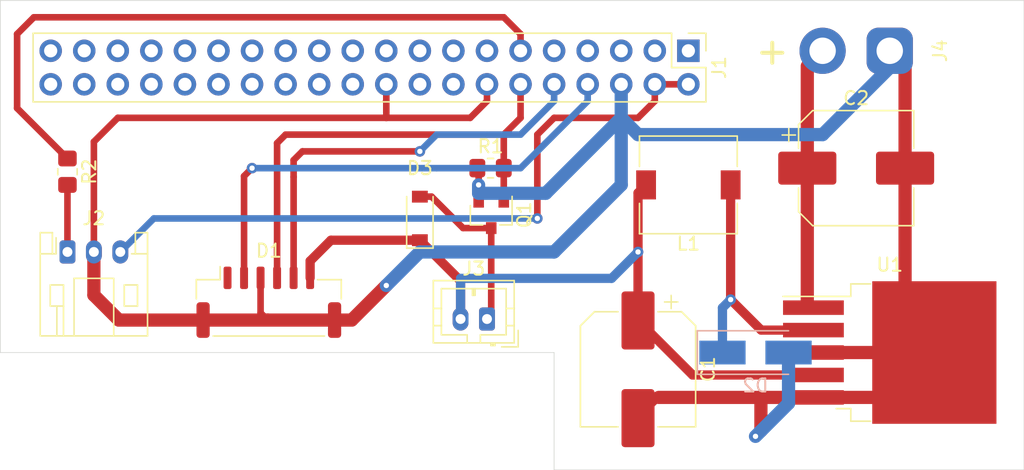
<source format=kicad_pcb>
(kicad_pcb (version 20171130) (host pcbnew 5.1.7)

  (general
    (thickness 1.6)
    (drawings 7)
    (tracks 122)
    (zones 0)
    (modules 14)
    (nets 44)
  )

  (page A4)
  (layers
    (0 F.Cu signal)
    (31 B.Cu signal)
    (32 B.Adhes user)
    (33 F.Adhes user)
    (34 B.Paste user)
    (35 F.Paste user)
    (36 B.SilkS user)
    (37 F.SilkS user)
    (38 B.Mask user)
    (39 F.Mask user)
    (40 Dwgs.User user)
    (41 Cmts.User user)
    (42 Eco1.User user)
    (43 Eco2.User user)
    (44 Edge.Cuts user)
    (45 Margin user)
    (46 B.CrtYd user)
    (47 F.CrtYd user)
    (48 B.Fab user)
    (49 F.Fab user)
  )

  (setup
    (last_trace_width 0.5)
    (trace_clearance 0.2)
    (zone_clearance 0.508)
    (zone_45_only no)
    (trace_min 0.2)
    (via_size 0.8)
    (via_drill 0.4)
    (via_min_size 0.4)
    (via_min_drill 0.3)
    (uvia_size 0.3)
    (uvia_drill 0.1)
    (uvias_allowed no)
    (uvia_min_size 0.2)
    (uvia_min_drill 0.1)
    (edge_width 0.05)
    (segment_width 0.2)
    (pcb_text_width 0.3)
    (pcb_text_size 1.5 1.5)
    (mod_edge_width 0.12)
    (mod_text_size 1 1)
    (mod_text_width 0.15)
    (pad_size 1 2.7)
    (pad_drill 0)
    (pad_to_mask_clearance 0)
    (aux_axis_origin 0 0)
    (visible_elements FFFFFF7F)
    (pcbplotparams
      (layerselection 0x010f0_ffffffff)
      (usegerberextensions false)
      (usegerberattributes true)
      (usegerberadvancedattributes true)
      (creategerberjobfile true)
      (excludeedgelayer true)
      (linewidth 0.100000)
      (plotframeref false)
      (viasonmask false)
      (mode 1)
      (useauxorigin false)
      (hpglpennumber 1)
      (hpglpenspeed 20)
      (hpglpendiameter 15.000000)
      (psnegative false)
      (psa4output false)
      (plotreference true)
      (plotvalue true)
      (plotinvisibletext false)
      (padsonsilk false)
      (subtractmaskfromsilk false)
      (outputformat 1)
      (mirror false)
      (drillshape 0)
      (scaleselection 1)
      (outputdirectory ""))
  )

  (net 0 "")
  (net 1 GND)
  (net 2 +5VP)
  (net 3 +12V)
  (net 4 lidar_tx)
  (net 5 lidar_pwm)
  (net 6 lidar_rx)
  (net 7 "Net-(D1-Pad1)")
  (net 8 "Net-(D2-Pad1)")
  (net 9 "Net-(D3-Pad2)")
  (net 10 "Net-(J1-Pad40)")
  (net 11 "Net-(J1-Pad39)")
  (net 12 "Net-(J1-Pad38)")
  (net 13 "Net-(J1-Pad37)")
  (net 14 "Net-(J1-Pad36)")
  (net 15 "Net-(J1-Pad35)")
  (net 16 "Net-(J1-Pad34)")
  (net 17 "Net-(J1-Pad33)")
  (net 18 "Net-(J1-Pad32)")
  (net 19 "Net-(J1-Pad31)")
  (net 20 "Net-(J1-Pad30)")
  (net 21 "Net-(J1-Pad29)")
  (net 22 "Net-(J1-Pad28)")
  (net 23 "Net-(J1-Pad27)")
  (net 24 "Net-(J1-Pad26)")
  (net 25 "Net-(J1-Pad24)")
  (net 26 "Net-(J1-Pad23)")
  (net 27 "Net-(J1-Pad22)")
  (net 28 "Net-(J1-Pad21)")
  (net 29 "Net-(J1-Pad19)")
  (net 30 "Net-(J1-Pad18)")
  (net 31 "Net-(J1-Pad16)")
  (net 32 "Net-(J1-Pad15)")
  (net 33 "Net-(J1-Pad13)")
  (net 34 ir_sig)
  (net 35 "Net-(J1-Pad7)")
  (net 36 "Net-(J1-Pad5)")
  (net 37 +5V)
  (net 38 "Net-(J1-Pad3)")
  (net 39 "Net-(J2-Pad1)")
  (net 40 "Net-(J1-Pad17)")
  (net 41 "Net-(J1-Pad1)")
  (net 42 "Net-(J1-Pad25)")
  (net 43 "Net-(J1-Pad9)")

  (net_class Default "This is the default net class."
    (clearance 0.2)
    (trace_width 0.5)
    (via_dia 0.8)
    (via_drill 0.4)
    (uvia_dia 0.3)
    (uvia_drill 0.1)
    (add_net +12V)
    (add_net +5V)
    (add_net GND)
    (add_net "Net-(D1-Pad1)")
    (add_net "Net-(D2-Pad1)")
    (add_net "Net-(D3-Pad2)")
    (add_net "Net-(J1-Pad1)")
    (add_net "Net-(J1-Pad13)")
    (add_net "Net-(J1-Pad15)")
    (add_net "Net-(J1-Pad16)")
    (add_net "Net-(J1-Pad17)")
    (add_net "Net-(J1-Pad18)")
    (add_net "Net-(J1-Pad19)")
    (add_net "Net-(J1-Pad21)")
    (add_net "Net-(J1-Pad22)")
    (add_net "Net-(J1-Pad23)")
    (add_net "Net-(J1-Pad24)")
    (add_net "Net-(J1-Pad25)")
    (add_net "Net-(J1-Pad26)")
    (add_net "Net-(J1-Pad27)")
    (add_net "Net-(J1-Pad28)")
    (add_net "Net-(J1-Pad29)")
    (add_net "Net-(J1-Pad3)")
    (add_net "Net-(J1-Pad30)")
    (add_net "Net-(J1-Pad31)")
    (add_net "Net-(J1-Pad32)")
    (add_net "Net-(J1-Pad33)")
    (add_net "Net-(J1-Pad34)")
    (add_net "Net-(J1-Pad35)")
    (add_net "Net-(J1-Pad36)")
    (add_net "Net-(J1-Pad37)")
    (add_net "Net-(J1-Pad38)")
    (add_net "Net-(J1-Pad39)")
    (add_net "Net-(J1-Pad40)")
    (add_net "Net-(J1-Pad5)")
    (add_net "Net-(J1-Pad7)")
    (add_net "Net-(J1-Pad9)")
    (add_net "Net-(J2-Pad1)")
    (add_net ir_sig)
    (add_net lidar_pwm)
    (add_net lidar_rx)
    (add_net lidar_tx)
  )

  (net_class 07 ""
    (clearance 0.2)
    (trace_width 0.7)
    (via_dia 0.8)
    (via_drill 0.4)
    (uvia_dia 0.3)
    (uvia_drill 0.1)
    (add_net +5VP)
  )

  (module Diode_SMD:D_SMA_Handsoldering (layer B.Cu) (tedit 58643398) (tstamp 5FA21BBA)
    (at 198.12 93.98)
    (descr "Diode SMA (DO-214AC) Handsoldering")
    (tags "Diode SMA (DO-214AC) Handsoldering")
    (path /5FA6BFAC)
    (attr smd)
    (fp_text reference D2 (at 0 2.5) (layer B.SilkS)
      (effects (font (size 1 1) (thickness 0.15)) (justify mirror))
    )
    (fp_text value 1N5824 (at 0 -2.6) (layer B.Fab)
      (effects (font (size 1 1) (thickness 0.15)) (justify mirror))
    )
    (fp_text user %R (at 0 2.5) (layer B.Fab)
      (effects (font (size 1 1) (thickness 0.15)) (justify mirror))
    )
    (fp_line (start -4.4 1.65) (end -4.4 -1.65) (layer B.SilkS) (width 0.12))
    (fp_line (start 2.3 -1.5) (end -2.3 -1.5) (layer B.Fab) (width 0.1))
    (fp_line (start -2.3 -1.5) (end -2.3 1.5) (layer B.Fab) (width 0.1))
    (fp_line (start 2.3 1.5) (end 2.3 -1.5) (layer B.Fab) (width 0.1))
    (fp_line (start 2.3 1.5) (end -2.3 1.5) (layer B.Fab) (width 0.1))
    (fp_line (start -4.5 1.75) (end 4.5 1.75) (layer B.CrtYd) (width 0.05))
    (fp_line (start 4.5 1.75) (end 4.5 -1.75) (layer B.CrtYd) (width 0.05))
    (fp_line (start 4.5 -1.75) (end -4.5 -1.75) (layer B.CrtYd) (width 0.05))
    (fp_line (start -4.5 -1.75) (end -4.5 1.75) (layer B.CrtYd) (width 0.05))
    (fp_line (start -0.64944 -0.00102) (end -1.55114 -0.00102) (layer B.Fab) (width 0.1))
    (fp_line (start 0.50118 -0.00102) (end 1.4994 -0.00102) (layer B.Fab) (width 0.1))
    (fp_line (start -0.64944 0.79908) (end -0.64944 -0.80112) (layer B.Fab) (width 0.1))
    (fp_line (start 0.50118 -0.75032) (end 0.50118 0.79908) (layer B.Fab) (width 0.1))
    (fp_line (start -0.64944 -0.00102) (end 0.50118 -0.75032) (layer B.Fab) (width 0.1))
    (fp_line (start -0.64944 -0.00102) (end 0.50118 0.79908) (layer B.Fab) (width 0.1))
    (fp_line (start -4.4 -1.65) (end 2.5 -1.65) (layer B.SilkS) (width 0.12))
    (fp_line (start -4.4 1.65) (end 2.5 1.65) (layer B.SilkS) (width 0.12))
    (pad 2 smd rect (at 2.5 0) (size 3.5 1.8) (layers B.Cu B.Paste B.Mask)
      (net 1 GND))
    (pad 1 smd rect (at -2.5 0) (size 3.5 1.8) (layers B.Cu B.Paste B.Mask)
      (net 8 "Net-(D2-Pad1)"))
    (model ${KISYS3DMOD}/Diode_SMD.3dshapes/D_SMA.wrl
      (at (xyz 0 0 0))
      (scale (xyz 1 1 1))
      (rotate (xyz 0 0 0))
    )
  )

  (module TestPoint:TestPoint_2Pads_Pitch5.08mm_Drill1.3mm (layer F.Cu) (tedit 5FA22808) (tstamp 5FA2391A)
    (at 208.28 71.12 180)
    (descr "Test point with 2 pads, pitch 5.08mm, hole diameter 1.3mm, wire diameter 1.0mm")
    (tags "CONN DEV")
    (path /5FC0C665)
    (attr virtual)
    (fp_text reference J4 (at -3.81 0 270) (layer F.SilkS)
      (effects (font (size 1 1) (thickness 0.15)))
    )
    (fp_text value Conn_12V (at 2.54 3 180) (layer F.Fab)
      (effects (font (size 1 1) (thickness 0.15)))
    )
    (fp_line (start 5.08 0) (end 0 0) (layer F.Fab) (width 0.1))
    (fp_line (start -1.8 -1.8) (end 6.88 -1.8) (layer F.CrtYd) (width 0.05))
    (fp_line (start -1.8 -1.8) (end -1.8 1.8) (layer F.CrtYd) (width 0.05))
    (fp_line (start 6.88 1.8) (end 6.88 -1.8) (layer F.CrtYd) (width 0.05))
    (fp_line (start 6.88 1.8) (end -1.8 1.8) (layer F.CrtYd) (width 0.05))
    (fp_text user %R (at 2.54 0 180) (layer F.Fab)
      (effects (font (size 1 1) (thickness 0.15)))
    )
    (pad 2 thru_hole circle (at 5.08 0 180) (size 3.5 3.5) (drill 2) (layers *.Cu *.Mask)
      (net 3 +12V))
    (pad 1 thru_hole roundrect (at 0 0 180) (size 3.5 3.5) (drill 2) (layers *.Cu *.Mask) (roundrect_rratio 0.25)
      (net 1 GND))
  )

  (module Connector_JST:JST_PH_B2B-PH-K_1x02_P2.00mm_Vertical (layer F.Cu) (tedit 5B7745C2) (tstamp 5FA1A475)
    (at 177.8 91.44 180)
    (descr "JST PH series connector, B2B-PH-K (http://www.jst-mfg.com/product/pdf/eng/ePH.pdf), generated with kicad-footprint-generator")
    (tags "connector JST PH side entry")
    (path /5F8BA864)
    (fp_text reference J3 (at 1 3.81) (layer F.SilkS)
      (effects (font (size 1 1) (thickness 0.15)))
    )
    (fp_text value motor_conn (at -3.81 2.54 270) (layer F.Fab)
      (effects (font (size 1 1) (thickness 0.15)))
    )
    (fp_line (start -2.06 -1.81) (end -2.06 2.91) (layer F.SilkS) (width 0.12))
    (fp_line (start -2.06 2.91) (end 4.06 2.91) (layer F.SilkS) (width 0.12))
    (fp_line (start 4.06 2.91) (end 4.06 -1.81) (layer F.SilkS) (width 0.12))
    (fp_line (start 4.06 -1.81) (end -2.06 -1.81) (layer F.SilkS) (width 0.12))
    (fp_line (start -0.3 -1.81) (end -0.3 -2.01) (layer F.SilkS) (width 0.12))
    (fp_line (start -0.3 -2.01) (end -0.6 -2.01) (layer F.SilkS) (width 0.12))
    (fp_line (start -0.6 -2.01) (end -0.6 -1.81) (layer F.SilkS) (width 0.12))
    (fp_line (start -0.3 -1.91) (end -0.6 -1.91) (layer F.SilkS) (width 0.12))
    (fp_line (start 0.5 -1.81) (end 0.5 -1.2) (layer F.SilkS) (width 0.12))
    (fp_line (start 0.5 -1.2) (end -1.45 -1.2) (layer F.SilkS) (width 0.12))
    (fp_line (start -1.45 -1.2) (end -1.45 2.3) (layer F.SilkS) (width 0.12))
    (fp_line (start -1.45 2.3) (end 3.45 2.3) (layer F.SilkS) (width 0.12))
    (fp_line (start 3.45 2.3) (end 3.45 -1.2) (layer F.SilkS) (width 0.12))
    (fp_line (start 3.45 -1.2) (end 1.5 -1.2) (layer F.SilkS) (width 0.12))
    (fp_line (start 1.5 -1.2) (end 1.5 -1.81) (layer F.SilkS) (width 0.12))
    (fp_line (start -2.06 -0.5) (end -1.45 -0.5) (layer F.SilkS) (width 0.12))
    (fp_line (start -2.06 0.8) (end -1.45 0.8) (layer F.SilkS) (width 0.12))
    (fp_line (start 4.06 -0.5) (end 3.45 -0.5) (layer F.SilkS) (width 0.12))
    (fp_line (start 4.06 0.8) (end 3.45 0.8) (layer F.SilkS) (width 0.12))
    (fp_line (start 0.9 2.3) (end 0.9 1.8) (layer F.SilkS) (width 0.12))
    (fp_line (start 0.9 1.8) (end 1.1 1.8) (layer F.SilkS) (width 0.12))
    (fp_line (start 1.1 1.8) (end 1.1 2.3) (layer F.SilkS) (width 0.12))
    (fp_line (start 1 2.3) (end 1 1.8) (layer F.SilkS) (width 0.12))
    (fp_line (start -1.11 -2.11) (end -2.36 -2.11) (layer F.SilkS) (width 0.12))
    (fp_line (start -2.36 -2.11) (end -2.36 -0.86) (layer F.SilkS) (width 0.12))
    (fp_line (start -1.11 -2.11) (end -2.36 -2.11) (layer F.Fab) (width 0.1))
    (fp_line (start -2.36 -2.11) (end -2.36 -0.86) (layer F.Fab) (width 0.1))
    (fp_line (start -1.95 -1.7) (end -1.95 2.8) (layer F.Fab) (width 0.1))
    (fp_line (start -1.95 2.8) (end 3.95 2.8) (layer F.Fab) (width 0.1))
    (fp_line (start 3.95 2.8) (end 3.95 -1.7) (layer F.Fab) (width 0.1))
    (fp_line (start 3.95 -1.7) (end -1.95 -1.7) (layer F.Fab) (width 0.1))
    (fp_line (start -2.45 -2.2) (end -2.45 3.3) (layer F.CrtYd) (width 0.05))
    (fp_line (start -2.45 3.3) (end 4.45 3.3) (layer F.CrtYd) (width 0.05))
    (fp_line (start 4.45 3.3) (end 4.45 -2.2) (layer F.CrtYd) (width 0.05))
    (fp_line (start 4.45 -2.2) (end -2.45 -2.2) (layer F.CrtYd) (width 0.05))
    (fp_text user %R (at 1 1.5) (layer F.Fab)
      (effects (font (size 1 1) (thickness 0.15)))
    )
    (pad 2 thru_hole oval (at 2 0 180) (size 1.2 1.75) (drill 0.75) (layers *.Cu *.Mask)
      (net 2 +5VP))
    (pad 1 thru_hole roundrect (at 0 0 180) (size 1.2 1.75) (drill 0.75) (layers *.Cu *.Mask) (roundrect_rratio 0.2083325)
      (net 9 "Net-(D3-Pad2)"))
    (model ${KISYS3DMOD}/Connector_JST.3dshapes/JST_PH_B2B-PH-K_1x02_P2.00mm_Vertical.wrl
      (at (xyz 0 0 0))
      (scale (xyz 1 1 1))
      (rotate (xyz 0 0 0))
    )
  )

  (module Connector_JST:JST_PH_S3B-PH-K_1x03_P2.00mm_Horizontal (layer F.Cu) (tedit 5B7745C6) (tstamp 5FA159DF)
    (at 146.05 86.36)
    (descr "JST PH series connector, S3B-PH-K (http://www.jst-mfg.com/product/pdf/eng/ePH.pdf), generated with kicad-footprint-generator")
    (tags "connector JST PH top entry")
    (path /5F8BA2F4)
    (fp_text reference J2 (at 2 -2.55) (layer F.SilkS)
      (effects (font (size 1 1) (thickness 0.15)))
    )
    (fp_text value IR_sensor (at 2 7.45) (layer F.Fab)
      (effects (font (size 1 1) (thickness 0.15)))
    )
    (fp_line (start -0.86 0.14) (end -1.14 0.14) (layer F.SilkS) (width 0.12))
    (fp_line (start -1.14 0.14) (end -1.14 -1.46) (layer F.SilkS) (width 0.12))
    (fp_line (start -1.14 -1.46) (end -2.06 -1.46) (layer F.SilkS) (width 0.12))
    (fp_line (start -2.06 -1.46) (end -2.06 6.36) (layer F.SilkS) (width 0.12))
    (fp_line (start -2.06 6.36) (end 6.06 6.36) (layer F.SilkS) (width 0.12))
    (fp_line (start 6.06 6.36) (end 6.06 -1.46) (layer F.SilkS) (width 0.12))
    (fp_line (start 6.06 -1.46) (end 5.14 -1.46) (layer F.SilkS) (width 0.12))
    (fp_line (start 5.14 -1.46) (end 5.14 0.14) (layer F.SilkS) (width 0.12))
    (fp_line (start 5.14 0.14) (end 4.86 0.14) (layer F.SilkS) (width 0.12))
    (fp_line (start 0.5 6.36) (end 0.5 2) (layer F.SilkS) (width 0.12))
    (fp_line (start 0.5 2) (end 3.5 2) (layer F.SilkS) (width 0.12))
    (fp_line (start 3.5 2) (end 3.5 6.36) (layer F.SilkS) (width 0.12))
    (fp_line (start -2.06 0.14) (end -1.14 0.14) (layer F.SilkS) (width 0.12))
    (fp_line (start 6.06 0.14) (end 5.14 0.14) (layer F.SilkS) (width 0.12))
    (fp_line (start -1.3 2.5) (end -1.3 4.1) (layer F.SilkS) (width 0.12))
    (fp_line (start -1.3 4.1) (end -0.3 4.1) (layer F.SilkS) (width 0.12))
    (fp_line (start -0.3 4.1) (end -0.3 2.5) (layer F.SilkS) (width 0.12))
    (fp_line (start -0.3 2.5) (end -1.3 2.5) (layer F.SilkS) (width 0.12))
    (fp_line (start 5.3 2.5) (end 5.3 4.1) (layer F.SilkS) (width 0.12))
    (fp_line (start 5.3 4.1) (end 4.3 4.1) (layer F.SilkS) (width 0.12))
    (fp_line (start 4.3 4.1) (end 4.3 2.5) (layer F.SilkS) (width 0.12))
    (fp_line (start 4.3 2.5) (end 5.3 2.5) (layer F.SilkS) (width 0.12))
    (fp_line (start -0.3 4.1) (end -0.3 6.36) (layer F.SilkS) (width 0.12))
    (fp_line (start -0.8 4.1) (end -0.8 6.36) (layer F.SilkS) (width 0.12))
    (fp_line (start -2.45 -1.85) (end -2.45 6.75) (layer F.CrtYd) (width 0.05))
    (fp_line (start -2.45 6.75) (end 6.45 6.75) (layer F.CrtYd) (width 0.05))
    (fp_line (start 6.45 6.75) (end 6.45 -1.85) (layer F.CrtYd) (width 0.05))
    (fp_line (start 6.45 -1.85) (end -2.45 -1.85) (layer F.CrtYd) (width 0.05))
    (fp_line (start -1.25 0.25) (end -1.25 -1.35) (layer F.Fab) (width 0.1))
    (fp_line (start -1.25 -1.35) (end -1.95 -1.35) (layer F.Fab) (width 0.1))
    (fp_line (start -1.95 -1.35) (end -1.95 6.25) (layer F.Fab) (width 0.1))
    (fp_line (start -1.95 6.25) (end 5.95 6.25) (layer F.Fab) (width 0.1))
    (fp_line (start 5.95 6.25) (end 5.95 -1.35) (layer F.Fab) (width 0.1))
    (fp_line (start 5.95 -1.35) (end 5.25 -1.35) (layer F.Fab) (width 0.1))
    (fp_line (start 5.25 -1.35) (end 5.25 0.25) (layer F.Fab) (width 0.1))
    (fp_line (start 5.25 0.25) (end -1.25 0.25) (layer F.Fab) (width 0.1))
    (fp_line (start -0.86 0.14) (end -0.86 -1.075) (layer F.SilkS) (width 0.12))
    (fp_line (start 0 0.875) (end -0.5 1.375) (layer F.Fab) (width 0.1))
    (fp_line (start -0.5 1.375) (end 0.5 1.375) (layer F.Fab) (width 0.1))
    (fp_line (start 0.5 1.375) (end 0 0.875) (layer F.Fab) (width 0.1))
    (fp_text user %R (at 2 2.5) (layer F.Fab)
      (effects (font (size 1 1) (thickness 0.15)))
    )
    (pad 3 thru_hole oval (at 4 0) (size 1.2 1.75) (drill 0.75) (layers *.Cu *.Mask)
      (net 37 +5V))
    (pad 2 thru_hole oval (at 2 0) (size 1.2 1.75) (drill 0.75) (layers *.Cu *.Mask)
      (net 1 GND))
    (pad 1 thru_hole roundrect (at 0 0) (size 1.2 1.75) (drill 0.75) (layers *.Cu *.Mask) (roundrect_rratio 0.2083325)
      (net 39 "Net-(J2-Pad1)"))
    (model ${KISYS3DMOD}/Connector_JST.3dshapes/JST_PH_S3B-PH-K_1x03_P2.00mm_Horizontal.wrl
      (at (xyz 0 0 0))
      (scale (xyz 1 1 1))
      (rotate (xyz 0 0 0))
    )
  )

  (module Capacitor_SMD:CP_Elec_8x10.5 (layer F.Cu) (tedit 5BCA39D0) (tstamp 5FA19649)
    (at 205.74 80.01)
    (descr "SMD capacitor, aluminum electrolytic, Vishay 0810, 8.0x10.5mm, http://www.vishay.com/docs/28395/150crz.pdf")
    (tags "capacitor electrolytic")
    (path /5FA3CE83)
    (attr smd)
    (fp_text reference C2 (at 0 -5.3) (layer F.SilkS)
      (effects (font (size 1 1) (thickness 0.15)))
    )
    (fp_text value 680uF (at 0 5.3) (layer F.Fab)
      (effects (font (size 1 1) (thickness 0.15)))
    )
    (fp_circle (center 0 0) (end 4 0) (layer F.Fab) (width 0.1))
    (fp_line (start 4.25 -4.25) (end 4.25 4.25) (layer F.Fab) (width 0.1))
    (fp_line (start -3.25 -4.25) (end 4.25 -4.25) (layer F.Fab) (width 0.1))
    (fp_line (start -3.25 4.25) (end 4.25 4.25) (layer F.Fab) (width 0.1))
    (fp_line (start -4.25 -3.25) (end -4.25 3.25) (layer F.Fab) (width 0.1))
    (fp_line (start -4.25 -3.25) (end -3.25 -4.25) (layer F.Fab) (width 0.1))
    (fp_line (start -4.25 3.25) (end -3.25 4.25) (layer F.Fab) (width 0.1))
    (fp_line (start -3.562278 -1.5) (end -2.762278 -1.5) (layer F.Fab) (width 0.1))
    (fp_line (start -3.162278 -1.9) (end -3.162278 -1.1) (layer F.Fab) (width 0.1))
    (fp_line (start 4.36 4.36) (end 4.36 1.51) (layer F.SilkS) (width 0.12))
    (fp_line (start 4.36 -4.36) (end 4.36 -1.51) (layer F.SilkS) (width 0.12))
    (fp_line (start -3.295563 -4.36) (end 4.36 -4.36) (layer F.SilkS) (width 0.12))
    (fp_line (start -3.295563 4.36) (end 4.36 4.36) (layer F.SilkS) (width 0.12))
    (fp_line (start -4.36 3.295563) (end -4.36 1.51) (layer F.SilkS) (width 0.12))
    (fp_line (start -4.36 -3.295563) (end -4.36 -1.51) (layer F.SilkS) (width 0.12))
    (fp_line (start -4.36 -3.295563) (end -3.295563 -4.36) (layer F.SilkS) (width 0.12))
    (fp_line (start -4.36 3.295563) (end -3.295563 4.36) (layer F.SilkS) (width 0.12))
    (fp_line (start -5.6 -2.51) (end -4.6 -2.51) (layer F.SilkS) (width 0.12))
    (fp_line (start -5.1 -3.01) (end -5.1 -2.01) (layer F.SilkS) (width 0.12))
    (fp_line (start 4.5 -4.5) (end 4.5 -1.5) (layer F.CrtYd) (width 0.05))
    (fp_line (start 4.5 -1.5) (end 6.15 -1.5) (layer F.CrtYd) (width 0.05))
    (fp_line (start 6.15 -1.5) (end 6.15 1.5) (layer F.CrtYd) (width 0.05))
    (fp_line (start 6.15 1.5) (end 4.5 1.5) (layer F.CrtYd) (width 0.05))
    (fp_line (start 4.5 1.5) (end 4.5 4.5) (layer F.CrtYd) (width 0.05))
    (fp_line (start -3.35 4.5) (end 4.5 4.5) (layer F.CrtYd) (width 0.05))
    (fp_line (start -3.35 -4.5) (end 4.5 -4.5) (layer F.CrtYd) (width 0.05))
    (fp_line (start -4.5 3.35) (end -3.35 4.5) (layer F.CrtYd) (width 0.05))
    (fp_line (start -4.5 -3.35) (end -3.35 -4.5) (layer F.CrtYd) (width 0.05))
    (fp_line (start -4.5 -3.35) (end -4.5 -1.5) (layer F.CrtYd) (width 0.05))
    (fp_line (start -4.5 1.5) (end -4.5 3.35) (layer F.CrtYd) (width 0.05))
    (fp_line (start -4.5 -1.5) (end -6.15 -1.5) (layer F.CrtYd) (width 0.05))
    (fp_line (start -6.15 -1.5) (end -6.15 1.5) (layer F.CrtYd) (width 0.05))
    (fp_line (start -6.15 1.5) (end -4.5 1.5) (layer F.CrtYd) (width 0.05))
    (fp_text user %R (at 0 0) (layer F.Fab)
      (effects (font (size 1 1) (thickness 0.15)))
    )
    (pad 2 smd roundrect (at 3.7 0) (size 4.4 2.5) (layers F.Cu F.Paste F.Mask) (roundrect_rratio 0.1)
      (net 1 GND))
    (pad 1 smd roundrect (at -3.7 0) (size 4.4 2.5) (layers F.Cu F.Paste F.Mask) (roundrect_rratio 0.1)
      (net 3 +12V))
    (model ${KISYS3DMOD}/Capacitor_SMD.3dshapes/CP_Elec_8x10.5.wrl
      (at (xyz 0 0 0))
      (scale (xyz 1 1 1))
      (rotate (xyz 0 0 0))
    )
  )

  (module Connector_PinHeader_2.54mm:PinHeader_2x20_P2.54mm_Vertical (layer F.Cu) (tedit 59FED5CC) (tstamp 5FA159C8)
    (at 193.04 71.12 270)
    (descr "Through hole straight pin header, 2x20, 2.54mm pitch, double rows")
    (tags "Through hole pin header THT 2x20 2.54mm double row")
    (path /5FA09B69)
    (fp_text reference J1 (at 1.27 -2.33 90) (layer F.SilkS)
      (effects (font (size 1 1) (thickness 0.15)))
    )
    (fp_text value Raspberry_Pi_2_3 (at 5.08 38.1 180) (layer F.Fab)
      (effects (font (size 1 1) (thickness 0.15)))
    )
    (fp_line (start 0 -1.27) (end 3.81 -1.27) (layer F.Fab) (width 0.1))
    (fp_line (start 3.81 -1.27) (end 3.81 49.53) (layer F.Fab) (width 0.1))
    (fp_line (start 3.81 49.53) (end -1.27 49.53) (layer F.Fab) (width 0.1))
    (fp_line (start -1.27 49.53) (end -1.27 0) (layer F.Fab) (width 0.1))
    (fp_line (start -1.27 0) (end 0 -1.27) (layer F.Fab) (width 0.1))
    (fp_line (start -1.33 49.59) (end 3.87 49.59) (layer F.SilkS) (width 0.12))
    (fp_line (start -1.33 1.27) (end -1.33 49.59) (layer F.SilkS) (width 0.12))
    (fp_line (start 3.87 -1.33) (end 3.87 49.59) (layer F.SilkS) (width 0.12))
    (fp_line (start -1.33 1.27) (end 1.27 1.27) (layer F.SilkS) (width 0.12))
    (fp_line (start 1.27 1.27) (end 1.27 -1.33) (layer F.SilkS) (width 0.12))
    (fp_line (start 1.27 -1.33) (end 3.87 -1.33) (layer F.SilkS) (width 0.12))
    (fp_line (start -1.33 0) (end -1.33 -1.33) (layer F.SilkS) (width 0.12))
    (fp_line (start -1.33 -1.33) (end 0 -1.33) (layer F.SilkS) (width 0.12))
    (fp_line (start -1.8 -1.8) (end -1.8 50.05) (layer F.CrtYd) (width 0.05))
    (fp_line (start -1.8 50.05) (end 4.35 50.05) (layer F.CrtYd) (width 0.05))
    (fp_line (start 4.35 50.05) (end 4.35 -1.8) (layer F.CrtYd) (width 0.05))
    (fp_line (start 4.35 -1.8) (end -1.8 -1.8) (layer F.CrtYd) (width 0.05))
    (fp_text user %R (at 1.27 24.13) (layer F.Fab)
      (effects (font (size 1 1) (thickness 0.15)))
    )
    (pad 40 thru_hole oval (at 2.54 48.26 270) (size 1.7 1.7) (drill 1) (layers *.Cu *.Mask)
      (net 10 "Net-(J1-Pad40)"))
    (pad 39 thru_hole oval (at 0 48.26 270) (size 1.7 1.7) (drill 1) (layers *.Cu *.Mask)
      (net 11 "Net-(J1-Pad39)"))
    (pad 38 thru_hole oval (at 2.54 45.72 270) (size 1.7 1.7) (drill 1) (layers *.Cu *.Mask)
      (net 12 "Net-(J1-Pad38)"))
    (pad 37 thru_hole oval (at 0 45.72 270) (size 1.7 1.7) (drill 1) (layers *.Cu *.Mask)
      (net 13 "Net-(J1-Pad37)"))
    (pad 36 thru_hole oval (at 2.54 43.18 270) (size 1.7 1.7) (drill 1) (layers *.Cu *.Mask)
      (net 14 "Net-(J1-Pad36)"))
    (pad 35 thru_hole oval (at 0 43.18 270) (size 1.7 1.7) (drill 1) (layers *.Cu *.Mask)
      (net 15 "Net-(J1-Pad35)"))
    (pad 34 thru_hole oval (at 2.54 40.64 270) (size 1.7 1.7) (drill 1) (layers *.Cu *.Mask)
      (net 16 "Net-(J1-Pad34)"))
    (pad 33 thru_hole oval (at 0 40.64 270) (size 1.7 1.7) (drill 1) (layers *.Cu *.Mask)
      (net 17 "Net-(J1-Pad33)"))
    (pad 32 thru_hole oval (at 2.54 38.1 270) (size 1.7 1.7) (drill 1) (layers *.Cu *.Mask)
      (net 18 "Net-(J1-Pad32)"))
    (pad 31 thru_hole oval (at 0 38.1 270) (size 1.7 1.7) (drill 1) (layers *.Cu *.Mask)
      (net 19 "Net-(J1-Pad31)"))
    (pad 30 thru_hole oval (at 2.54 35.56 270) (size 1.7 1.7) (drill 1) (layers *.Cu *.Mask)
      (net 20 "Net-(J1-Pad30)"))
    (pad 29 thru_hole oval (at 0 35.56 270) (size 1.7 1.7) (drill 1) (layers *.Cu *.Mask)
      (net 21 "Net-(J1-Pad29)"))
    (pad 28 thru_hole oval (at 2.54 33.02 270) (size 1.7 1.7) (drill 1) (layers *.Cu *.Mask)
      (net 22 "Net-(J1-Pad28)"))
    (pad 27 thru_hole oval (at 0 33.02 270) (size 1.7 1.7) (drill 1) (layers *.Cu *.Mask)
      (net 23 "Net-(J1-Pad27)"))
    (pad 26 thru_hole oval (at 2.54 30.48 270) (size 1.7 1.7) (drill 1) (layers *.Cu *.Mask)
      (net 24 "Net-(J1-Pad26)"))
    (pad 25 thru_hole oval (at 0 30.48 270) (size 1.7 1.7) (drill 1) (layers *.Cu *.Mask)
      (net 42 "Net-(J1-Pad25)"))
    (pad 24 thru_hole oval (at 2.54 27.94 270) (size 1.7 1.7) (drill 1) (layers *.Cu *.Mask)
      (net 25 "Net-(J1-Pad24)"))
    (pad 23 thru_hole oval (at 0 27.94 270) (size 1.7 1.7) (drill 1) (layers *.Cu *.Mask)
      (net 26 "Net-(J1-Pad23)"))
    (pad 22 thru_hole oval (at 2.54 25.4 270) (size 1.7 1.7) (drill 1) (layers *.Cu *.Mask)
      (net 27 "Net-(J1-Pad22)"))
    (pad 21 thru_hole oval (at 0 25.4 270) (size 1.7 1.7) (drill 1) (layers *.Cu *.Mask)
      (net 28 "Net-(J1-Pad21)"))
    (pad 20 thru_hole oval (at 2.54 22.86 270) (size 1.7 1.7) (drill 1) (layers *.Cu *.Mask)
      (net 1 GND))
    (pad 19 thru_hole oval (at 0 22.86 270) (size 1.7 1.7) (drill 1) (layers *.Cu *.Mask)
      (net 29 "Net-(J1-Pad19)"))
    (pad 18 thru_hole oval (at 2.54 20.32 270) (size 1.7 1.7) (drill 1) (layers *.Cu *.Mask)
      (net 30 "Net-(J1-Pad18)"))
    (pad 17 thru_hole oval (at 0 20.32 270) (size 1.7 1.7) (drill 1) (layers *.Cu *.Mask)
      (net 40 "Net-(J1-Pad17)"))
    (pad 16 thru_hole oval (at 2.54 17.78 270) (size 1.7 1.7) (drill 1) (layers *.Cu *.Mask)
      (net 31 "Net-(J1-Pad16)"))
    (pad 15 thru_hole oval (at 0 17.78 270) (size 1.7 1.7) (drill 1) (layers *.Cu *.Mask)
      (net 32 "Net-(J1-Pad15)"))
    (pad 14 thru_hole oval (at 2.54 15.24 270) (size 1.7 1.7) (drill 1) (layers *.Cu *.Mask)
      (net 1 GND))
    (pad 13 thru_hole oval (at 0 15.24 270) (size 1.7 1.7) (drill 1) (layers *.Cu *.Mask)
      (net 33 "Net-(J1-Pad13)"))
    (pad 12 thru_hole oval (at 2.54 12.7 270) (size 1.7 1.7) (drill 1) (layers *.Cu *.Mask)
      (net 5 lidar_pwm))
    (pad 11 thru_hole oval (at 0 12.7 270) (size 1.7 1.7) (drill 1) (layers *.Cu *.Mask)
      (net 34 ir_sig))
    (pad 10 thru_hole oval (at 2.54 10.16 270) (size 1.7 1.7) (drill 1) (layers *.Cu *.Mask)
      (net 4 lidar_tx))
    (pad 9 thru_hole oval (at 0 10.16 270) (size 1.7 1.7) (drill 1) (layers *.Cu *.Mask)
      (net 43 "Net-(J1-Pad9)"))
    (pad 8 thru_hole oval (at 2.54 7.62 270) (size 1.7 1.7) (drill 1) (layers *.Cu *.Mask)
      (net 6 lidar_rx))
    (pad 7 thru_hole oval (at 0 7.62 270) (size 1.7 1.7) (drill 1) (layers *.Cu *.Mask)
      (net 35 "Net-(J1-Pad7)"))
    (pad 6 thru_hole oval (at 2.54 5.08 270) (size 1.7 1.7) (drill 1) (layers *.Cu *.Mask)
      (net 1 GND))
    (pad 5 thru_hole oval (at 0 5.08 270) (size 1.7 1.7) (drill 1) (layers *.Cu *.Mask)
      (net 36 "Net-(J1-Pad5)"))
    (pad 4 thru_hole oval (at 2.54 2.54 270) (size 1.7 1.7) (drill 1) (layers *.Cu *.Mask)
      (net 37 +5V))
    (pad 3 thru_hole oval (at 0 2.54 270) (size 1.7 1.7) (drill 1) (layers *.Cu *.Mask)
      (net 38 "Net-(J1-Pad3)"))
    (pad 2 thru_hole oval (at 2.54 0 270) (size 1.7 1.7) (drill 1) (layers *.Cu *.Mask)
      (net 37 +5V))
    (pad 1 thru_hole rect (at 0 0 270) (size 1.7 1.7) (drill 1) (layers *.Cu *.Mask)
      (net 41 "Net-(J1-Pad1)"))
    (model ${KISYS3DMOD}/Connector_PinHeader_2.54mm.3dshapes/PinHeader_2x20_P2.54mm_Vertical.wrl
      (at (xyz 0 0 0))
      (scale (xyz 1 1 1))
      (rotate (xyz 0 0 0))
    )
  )

  (module Package_TO_SOT_SMD:TO-263-5_TabPin3 (layer F.Cu) (tedit 5A70FBB6) (tstamp 5FA15A8B)
    (at 208.28 93.98)
    (descr "TO-263 / D2PAK / DDPAK SMD package, http://www.infineon.com/cms/en/product/packages/PG-TO263/PG-TO263-5-1/")
    (tags "D2PAK DDPAK TO-263 D2PAK-5 TO-263-5 SOT-426")
    (path /5FA6554E)
    (attr smd)
    (fp_text reference U1 (at 0 -6.65) (layer F.SilkS)
      (effects (font (size 1 1) (thickness 0.15)))
    )
    (fp_text value LM2596S-5 (at 0 6.65) (layer F.Fab)
      (effects (font (size 1 1) (thickness 0.15)))
    )
    (fp_line (start 6.5 -5) (end 7.5 -5) (layer F.Fab) (width 0.1))
    (fp_line (start 7.5 -5) (end 7.5 5) (layer F.Fab) (width 0.1))
    (fp_line (start 7.5 5) (end 6.5 5) (layer F.Fab) (width 0.1))
    (fp_line (start 6.5 -5) (end 6.5 5) (layer F.Fab) (width 0.1))
    (fp_line (start 6.5 5) (end -2.75 5) (layer F.Fab) (width 0.1))
    (fp_line (start -2.75 5) (end -2.75 -4) (layer F.Fab) (width 0.1))
    (fp_line (start -2.75 -4) (end -1.75 -5) (layer F.Fab) (width 0.1))
    (fp_line (start -1.75 -5) (end 6.5 -5) (layer F.Fab) (width 0.1))
    (fp_line (start -2.75 -3.8) (end -7.45 -3.8) (layer F.Fab) (width 0.1))
    (fp_line (start -7.45 -3.8) (end -7.45 -3) (layer F.Fab) (width 0.1))
    (fp_line (start -7.45 -3) (end -2.75 -3) (layer F.Fab) (width 0.1))
    (fp_line (start -2.75 -2.1) (end -7.45 -2.1) (layer F.Fab) (width 0.1))
    (fp_line (start -7.45 -2.1) (end -7.45 -1.3) (layer F.Fab) (width 0.1))
    (fp_line (start -7.45 -1.3) (end -2.75 -1.3) (layer F.Fab) (width 0.1))
    (fp_line (start -2.75 -0.4) (end -7.45 -0.4) (layer F.Fab) (width 0.1))
    (fp_line (start -7.45 -0.4) (end -7.45 0.4) (layer F.Fab) (width 0.1))
    (fp_line (start -7.45 0.4) (end -2.75 0.4) (layer F.Fab) (width 0.1))
    (fp_line (start -2.75 1.3) (end -7.45 1.3) (layer F.Fab) (width 0.1))
    (fp_line (start -7.45 1.3) (end -7.45 2.1) (layer F.Fab) (width 0.1))
    (fp_line (start -7.45 2.1) (end -2.75 2.1) (layer F.Fab) (width 0.1))
    (fp_line (start -2.75 3) (end -7.45 3) (layer F.Fab) (width 0.1))
    (fp_line (start -7.45 3) (end -7.45 3.8) (layer F.Fab) (width 0.1))
    (fp_line (start -7.45 3.8) (end -2.75 3.8) (layer F.Fab) (width 0.1))
    (fp_line (start -1.45 -5.2) (end -2.95 -5.2) (layer F.SilkS) (width 0.12))
    (fp_line (start -2.95 -5.2) (end -2.95 -4.25) (layer F.SilkS) (width 0.12))
    (fp_line (start -2.95 -4.25) (end -8.075 -4.25) (layer F.SilkS) (width 0.12))
    (fp_line (start -1.45 5.2) (end -2.95 5.2) (layer F.SilkS) (width 0.12))
    (fp_line (start -2.95 5.2) (end -2.95 4.25) (layer F.SilkS) (width 0.12))
    (fp_line (start -2.95 4.25) (end -4.05 4.25) (layer F.SilkS) (width 0.12))
    (fp_line (start -8.32 -5.65) (end -8.32 5.65) (layer F.CrtYd) (width 0.05))
    (fp_line (start -8.32 5.65) (end 8.32 5.65) (layer F.CrtYd) (width 0.05))
    (fp_line (start 8.32 5.65) (end 8.32 -5.65) (layer F.CrtYd) (width 0.05))
    (fp_line (start 8.32 -5.65) (end -8.32 -5.65) (layer F.CrtYd) (width 0.05))
    (fp_text user %R (at 0 0) (layer F.Fab)
      (effects (font (size 1 1) (thickness 0.15)))
    )
    (pad "" smd rect (at 0.95 2.775) (size 4.55 5.25) (layers F.Paste))
    (pad "" smd rect (at 5.8 -2.775) (size 4.55 5.25) (layers F.Paste))
    (pad "" smd rect (at 0.95 -2.775) (size 4.55 5.25) (layers F.Paste))
    (pad "" smd rect (at 5.8 2.775) (size 4.55 5.25) (layers F.Paste))
    (pad 3 smd rect (at 3.375 0) (size 9.4 10.8) (layers F.Cu F.Mask)
      (net 1 GND))
    (pad 5 smd rect (at -5.775 3.4) (size 4.6 1.1) (layers F.Cu F.Paste F.Mask)
      (net 1 GND))
    (pad 4 smd rect (at -5.775 1.7) (size 4.6 1.1) (layers F.Cu F.Paste F.Mask)
      (net 2 +5VP))
    (pad 3 smd rect (at -5.775 0) (size 4.6 1.1) (layers F.Cu F.Paste F.Mask)
      (net 1 GND))
    (pad 2 smd rect (at -5.775 -1.7) (size 4.6 1.1) (layers F.Cu F.Paste F.Mask)
      (net 8 "Net-(D2-Pad1)"))
    (pad 1 smd rect (at -5.775 -3.4) (size 4.6 1.1) (layers F.Cu F.Paste F.Mask)
      (net 3 +12V))
    (model ${KISYS3DMOD}/Package_TO_SOT_SMD.3dshapes/TO-263-5_TabPin3.wrl
      (at (xyz 0 0 0))
      (scale (xyz 1 1 1))
      (rotate (xyz 0 0 0))
    )
  )

  (module Resistor_SMD:R_0805_2012Metric_Pad1.20x1.40mm_HandSolder (layer F.Cu) (tedit 5F68FEEE) (tstamp 5FA1B1B8)
    (at 146.05 80.28 270)
    (descr "Resistor SMD 0805 (2012 Metric), square (rectangular) end terminal, IPC_7351 nominal with elongated pad for handsoldering. (Body size source: IPC-SM-782 page 72, https://www.pcb-3d.com/wordpress/wp-content/uploads/ipc-sm-782a_amendment_1_and_2.pdf), generated with kicad-footprint-generator")
    (tags "resistor handsolder")
    (path /5FBC794D)
    (attr smd)
    (fp_text reference R2 (at 0 -1.65 90) (layer F.SilkS)
      (effects (font (size 1 1) (thickness 0.15)))
    )
    (fp_text value 330 (at 0 1.65 90) (layer F.Fab)
      (effects (font (size 1 1) (thickness 0.15)))
    )
    (fp_line (start -1 0.625) (end -1 -0.625) (layer F.Fab) (width 0.1))
    (fp_line (start -1 -0.625) (end 1 -0.625) (layer F.Fab) (width 0.1))
    (fp_line (start 1 -0.625) (end 1 0.625) (layer F.Fab) (width 0.1))
    (fp_line (start 1 0.625) (end -1 0.625) (layer F.Fab) (width 0.1))
    (fp_line (start -0.227064 -0.735) (end 0.227064 -0.735) (layer F.SilkS) (width 0.12))
    (fp_line (start -0.227064 0.735) (end 0.227064 0.735) (layer F.SilkS) (width 0.12))
    (fp_line (start -1.85 0.95) (end -1.85 -0.95) (layer F.CrtYd) (width 0.05))
    (fp_line (start -1.85 -0.95) (end 1.85 -0.95) (layer F.CrtYd) (width 0.05))
    (fp_line (start 1.85 -0.95) (end 1.85 0.95) (layer F.CrtYd) (width 0.05))
    (fp_line (start 1.85 0.95) (end -1.85 0.95) (layer F.CrtYd) (width 0.05))
    (fp_text user %R (at 0 0 90) (layer F.Fab)
      (effects (font (size 0.5 0.5) (thickness 0.08)))
    )
    (pad 2 smd roundrect (at 1 0 270) (size 1.2 1.4) (layers F.Cu F.Paste F.Mask) (roundrect_rratio 0.2083325)
      (net 39 "Net-(J2-Pad1)"))
    (pad 1 smd roundrect (at -1 0 270) (size 1.2 1.4) (layers F.Cu F.Paste F.Mask) (roundrect_rratio 0.2083325)
      (net 34 ir_sig))
    (model ${KISYS3DMOD}/Resistor_SMD.3dshapes/R_0805_2012Metric.wrl
      (at (xyz 0 0 0))
      (scale (xyz 1 1 1))
      (rotate (xyz 0 0 0))
    )
  )

  (module Resistor_SMD:R_0805_2012Metric_Pad1.20x1.40mm_HandSolder (layer F.Cu) (tedit 5F68FEEE) (tstamp 5FA19288)
    (at 178.07 80.01)
    (descr "Resistor SMD 0805 (2012 Metric), square (rectangular) end terminal, IPC_7351 nominal with elongated pad for handsoldering. (Body size source: IPC-SM-782 page 72, https://www.pcb-3d.com/wordpress/wp-content/uploads/ipc-sm-782a_amendment_1_and_2.pdf), generated with kicad-footprint-generator")
    (tags "resistor handsolder")
    (path /5FBC9A58)
    (attr smd)
    (fp_text reference R1 (at 0 -1.65) (layer F.SilkS)
      (effects (font (size 1 1) (thickness 0.15)))
    )
    (fp_text value 4.7k (at 0 1.65) (layer F.Fab)
      (effects (font (size 1 1) (thickness 0.15)))
    )
    (fp_line (start -1 0.625) (end -1 -0.625) (layer F.Fab) (width 0.1))
    (fp_line (start -1 -0.625) (end 1 -0.625) (layer F.Fab) (width 0.1))
    (fp_line (start 1 -0.625) (end 1 0.625) (layer F.Fab) (width 0.1))
    (fp_line (start 1 0.625) (end -1 0.625) (layer F.Fab) (width 0.1))
    (fp_line (start -0.227064 -0.735) (end 0.227064 -0.735) (layer F.SilkS) (width 0.12))
    (fp_line (start -0.227064 0.735) (end 0.227064 0.735) (layer F.SilkS) (width 0.12))
    (fp_line (start -1.85 0.95) (end -1.85 -0.95) (layer F.CrtYd) (width 0.05))
    (fp_line (start -1.85 -0.95) (end 1.85 -0.95) (layer F.CrtYd) (width 0.05))
    (fp_line (start 1.85 -0.95) (end 1.85 0.95) (layer F.CrtYd) (width 0.05))
    (fp_line (start 1.85 0.95) (end -1.85 0.95) (layer F.CrtYd) (width 0.05))
    (fp_text user %R (at 0 0) (layer F.Fab)
      (effects (font (size 0.5 0.5) (thickness 0.08)))
    )
    (pad 2 smd roundrect (at 1 0) (size 1.2 1.4) (layers F.Cu F.Paste F.Mask) (roundrect_rratio 0.2083325)
      (net 5 lidar_pwm))
    (pad 1 smd roundrect (at -1 0) (size 1.2 1.4) (layers F.Cu F.Paste F.Mask) (roundrect_rratio 0.2083325)
      (net 1 GND))
    (model ${KISYS3DMOD}/Resistor_SMD.3dshapes/R_0805_2012Metric.wrl
      (at (xyz 0 0 0))
      (scale (xyz 1 1 1))
      (rotate (xyz 0 0 0))
    )
  )

  (module Package_TO_SOT_SMD:SOT-23 (layer F.Cu) (tedit 5A02FF57) (tstamp 5FA18745)
    (at 178.12 83.55 270)
    (descr "SOT-23, Standard")
    (tags SOT-23)
    (path /5FAB403F)
    (attr smd)
    (fp_text reference Q1 (at 0 -2.5 90) (layer F.SilkS)
      (effects (font (size 1 1) (thickness 0.15)))
    )
    (fp_text value TSM2302CX (at 0 2.5 90) (layer F.Fab)
      (effects (font (size 1 1) (thickness 0.15)))
    )
    (fp_line (start -0.7 -0.95) (end -0.7 1.5) (layer F.Fab) (width 0.1))
    (fp_line (start -0.15 -1.52) (end 0.7 -1.52) (layer F.Fab) (width 0.1))
    (fp_line (start -0.7 -0.95) (end -0.15 -1.52) (layer F.Fab) (width 0.1))
    (fp_line (start 0.7 -1.52) (end 0.7 1.52) (layer F.Fab) (width 0.1))
    (fp_line (start -0.7 1.52) (end 0.7 1.52) (layer F.Fab) (width 0.1))
    (fp_line (start 0.76 1.58) (end 0.76 0.65) (layer F.SilkS) (width 0.12))
    (fp_line (start 0.76 -1.58) (end 0.76 -0.65) (layer F.SilkS) (width 0.12))
    (fp_line (start -1.7 -1.75) (end 1.7 -1.75) (layer F.CrtYd) (width 0.05))
    (fp_line (start 1.7 -1.75) (end 1.7 1.75) (layer F.CrtYd) (width 0.05))
    (fp_line (start 1.7 1.75) (end -1.7 1.75) (layer F.CrtYd) (width 0.05))
    (fp_line (start -1.7 1.75) (end -1.7 -1.75) (layer F.CrtYd) (width 0.05))
    (fp_line (start 0.76 -1.58) (end -1.4 -1.58) (layer F.SilkS) (width 0.12))
    (fp_line (start 0.76 1.58) (end -0.7 1.58) (layer F.SilkS) (width 0.12))
    (fp_text user %R (at 0 0) (layer F.Fab)
      (effects (font (size 0.5 0.5) (thickness 0.075)))
    )
    (pad 3 smd rect (at 1 0 270) (size 0.9 0.8) (layers F.Cu F.Paste F.Mask)
      (net 9 "Net-(D3-Pad2)"))
    (pad 2 smd rect (at -1 0.95 270) (size 0.9 0.8) (layers F.Cu F.Paste F.Mask)
      (net 1 GND))
    (pad 1 smd rect (at -1 -0.95 270) (size 0.9 0.8) (layers F.Cu F.Paste F.Mask)
      (net 5 lidar_pwm))
    (model ${KISYS3DMOD}/Package_TO_SOT_SMD.3dshapes/SOT-23.wrl
      (at (xyz 0 0 0))
      (scale (xyz 1 1 1))
      (rotate (xyz 0 0 0))
    )
  )

  (module Inductor_SMD:L_7.3x7.3_H4.5 (layer F.Cu) (tedit 5990349C) (tstamp 5FA15A24)
    (at 193.04 81.28 180)
    (descr "Choke, SMD, 7.3x7.3mm 4.5mm height")
    (tags "Choke SMD")
    (path /5FA71E55)
    (attr smd)
    (fp_text reference L1 (at 0 -4.45) (layer F.SilkS)
      (effects (font (size 1 1) (thickness 0.15)))
    )
    (fp_text value 33uH (at 0 4.45) (layer F.Fab)
      (effects (font (size 1 1) (thickness 0.15)))
    )
    (fp_line (start 3.7 1.4) (end 3.7 3.7) (layer F.SilkS) (width 0.12))
    (fp_line (start 3.7 3.7) (end -3.7 3.7) (layer F.SilkS) (width 0.12))
    (fp_line (start -3.7 3.7) (end -3.7 1.4) (layer F.SilkS) (width 0.12))
    (fp_line (start -3.7 -1.4) (end -3.7 -3.7) (layer F.SilkS) (width 0.12))
    (fp_line (start -3.7 -3.7) (end 3.7 -3.7) (layer F.SilkS) (width 0.12))
    (fp_line (start 3.7 -3.7) (end 3.7 -1.4) (layer F.SilkS) (width 0.12))
    (fp_line (start -4.2 -3.9) (end -4.2 3.9) (layer F.CrtYd) (width 0.05))
    (fp_line (start -4.2 3.9) (end 4.2 3.9) (layer F.CrtYd) (width 0.05))
    (fp_line (start 4.2 3.9) (end 4.2 -3.9) (layer F.CrtYd) (width 0.05))
    (fp_line (start 4.2 -3.9) (end -4.2 -3.9) (layer F.CrtYd) (width 0.05))
    (fp_line (start 3.65 3.65) (end 3.65 1.4) (layer F.Fab) (width 0.1))
    (fp_line (start 3.65 -3.65) (end 3.65 -1.4) (layer F.Fab) (width 0.1))
    (fp_line (start -3.65 3.65) (end -3.65 1.4) (layer F.Fab) (width 0.1))
    (fp_line (start -3.65 -3.65) (end -3.65 -1.4) (layer F.Fab) (width 0.1))
    (fp_line (start 3.65 3.65) (end -3.65 3.65) (layer F.Fab) (width 0.1))
    (fp_line (start -3.65 -3.65) (end 3.65 -3.65) (layer F.Fab) (width 0.1))
    (fp_arc (start 0 0) (end -2.29 -2.29) (angle 90) (layer F.Fab) (width 0.1))
    (fp_arc (start 0 0) (end 2.29 2.29) (angle 90) (layer F.Fab) (width 0.1))
    (fp_text user %R (at 0 0) (layer F.Fab)
      (effects (font (size 1 1) (thickness 0.15)))
    )
    (pad 2 smd rect (at 3.2 0 180) (size 1.5 2.2) (layers F.Cu F.Paste F.Mask)
      (net 2 +5VP))
    (pad 1 smd rect (at -3.2 0 180) (size 1.5 2.2) (layers F.Cu F.Paste F.Mask)
      (net 8 "Net-(D2-Pad1)"))
    (model ${KISYS3DMOD}/Inductor_SMD.3dshapes/L_7.3x7.3_H4.5.wrl
      (at (xyz 0 0 0))
      (scale (xyz 1 1 1))
      (rotate (xyz 0 0 0))
    )
  )

  (module Diode_SMD:D_SOD-123 (layer F.Cu) (tedit 58645DC7) (tstamp 5FA1B3C8)
    (at 172.72 83.82 90)
    (descr SOD-123)
    (tags SOD-123)
    (path /5FACCDE4)
    (attr smd)
    (fp_text reference D3 (at 3.81 0) (layer F.SilkS)
      (effects (font (size 1 1) (thickness 0.15)))
    )
    (fp_text value MBR0520 (at 0 2.1 90) (layer F.Fab)
      (effects (font (size 1 1) (thickness 0.15)))
    )
    (fp_line (start -2.25 -1) (end -2.25 1) (layer F.SilkS) (width 0.12))
    (fp_line (start 0.25 0) (end 0.75 0) (layer F.Fab) (width 0.1))
    (fp_line (start 0.25 0.4) (end -0.35 0) (layer F.Fab) (width 0.1))
    (fp_line (start 0.25 -0.4) (end 0.25 0.4) (layer F.Fab) (width 0.1))
    (fp_line (start -0.35 0) (end 0.25 -0.4) (layer F.Fab) (width 0.1))
    (fp_line (start -0.35 0) (end -0.35 0.55) (layer F.Fab) (width 0.1))
    (fp_line (start -0.35 0) (end -0.35 -0.55) (layer F.Fab) (width 0.1))
    (fp_line (start -0.75 0) (end -0.35 0) (layer F.Fab) (width 0.1))
    (fp_line (start -1.4 0.9) (end -1.4 -0.9) (layer F.Fab) (width 0.1))
    (fp_line (start 1.4 0.9) (end -1.4 0.9) (layer F.Fab) (width 0.1))
    (fp_line (start 1.4 -0.9) (end 1.4 0.9) (layer F.Fab) (width 0.1))
    (fp_line (start -1.4 -0.9) (end 1.4 -0.9) (layer F.Fab) (width 0.1))
    (fp_line (start -2.35 -1.15) (end 2.35 -1.15) (layer F.CrtYd) (width 0.05))
    (fp_line (start 2.35 -1.15) (end 2.35 1.15) (layer F.CrtYd) (width 0.05))
    (fp_line (start 2.35 1.15) (end -2.35 1.15) (layer F.CrtYd) (width 0.05))
    (fp_line (start -2.35 -1.15) (end -2.35 1.15) (layer F.CrtYd) (width 0.05))
    (fp_line (start -2.25 1) (end 1.65 1) (layer F.SilkS) (width 0.12))
    (fp_line (start -2.25 -1) (end 1.65 -1) (layer F.SilkS) (width 0.12))
    (fp_text user %R (at 0 -2 90) (layer F.Fab)
      (effects (font (size 1 1) (thickness 0.15)))
    )
    (pad 2 smd rect (at 1.65 0 90) (size 0.9 1.2) (layers F.Cu F.Paste F.Mask)
      (net 9 "Net-(D3-Pad2)"))
    (pad 1 smd rect (at -1.65 0 90) (size 0.9 1.2) (layers F.Cu F.Paste F.Mask)
      (net 2 +5VP))
    (model ${KISYS3DMOD}/Diode_SMD.3dshapes/D_SOD-123.wrl
      (at (xyz 0 0 0))
      (scale (xyz 1 1 1))
      (rotate (xyz 0 0 0))
    )
  )

  (module Connector_JST:JST_GH_SM06B-GHS-TB_1x06-1MP_P1.25mm_Horizontal (layer F.Cu) (tedit 5FA2240D) (tstamp 5FA1860B)
    (at 161.29 90.17)
    (descr "JST GH series connector, SM06B-GHS-TB (http://www.jst-mfg.com/product/pdf/eng/eGH.pdf), generated with kicad-footprint-generator")
    (tags "connector JST GH top entry")
    (path /5FA1C54D)
    (attr smd)
    (fp_text reference D1 (at 0 -3.9) (layer F.SilkS)
      (effects (font (size 1 1) (thickness 0.15)))
    )
    (fp_text value HLS-LFCD2 (at 0 3.9) (layer F.Fab)
      (effects (font (size 1 1) (thickness 0.15)))
    )
    (fp_line (start -5.375 -1.6) (end 5.375 -1.6) (layer F.Fab) (width 0.1))
    (fp_line (start -5.485 -0.26) (end -5.485 -1.71) (layer F.SilkS) (width 0.12))
    (fp_line (start -5.485 -1.71) (end -3.685 -1.71) (layer F.SilkS) (width 0.12))
    (fp_line (start -3.685 -1.71) (end -3.685 -2.7) (layer F.SilkS) (width 0.12))
    (fp_line (start 5.485 -0.26) (end 5.485 -1.71) (layer F.SilkS) (width 0.12))
    (fp_line (start 5.485 -1.71) (end 3.685 -1.71) (layer F.SilkS) (width 0.12))
    (fp_line (start -4.215 2.56) (end 4.215 2.56) (layer F.SilkS) (width 0.12))
    (fp_line (start -5.375 2.45) (end 5.375 2.45) (layer F.Fab) (width 0.1))
    (fp_line (start -5.375 -1.6) (end -5.375 2.45) (layer F.Fab) (width 0.1))
    (fp_line (start 5.375 -1.6) (end 5.375 2.45) (layer F.Fab) (width 0.1))
    (fp_line (start -5.98 -3.2) (end -5.98 3.2) (layer F.CrtYd) (width 0.05))
    (fp_line (start -5.98 3.2) (end 5.98 3.2) (layer F.CrtYd) (width 0.05))
    (fp_line (start 5.98 3.2) (end 5.98 -3.2) (layer F.CrtYd) (width 0.05))
    (fp_line (start 5.98 -3.2) (end -5.98 -3.2) (layer F.CrtYd) (width 0.05))
    (fp_line (start -3.625 -1.6) (end -3.125 -0.892893) (layer F.Fab) (width 0.1))
    (fp_line (start -3.125 -0.892893) (end -2.625 -1.6) (layer F.Fab) (width 0.1))
    (fp_text user %R (at 0 0) (layer F.Fab)
      (effects (font (size 1 1) (thickness 0.15)))
    )
    (pad MP smd roundrect (at 4.975 1.35) (size 1 2.7) (layers F.Cu F.Paste F.Mask) (roundrect_rratio 0.25)
      (net 1 GND))
    (pad MP smd roundrect (at -4.975 1.35) (size 1 2.7) (layers F.Cu F.Paste F.Mask) (roundrect_rratio 0.25)
      (net 1 GND))
    (pad 6 smd roundrect (at 3.125 -1.85) (size 0.6 1.7) (layers F.Cu F.Paste F.Mask) (roundrect_rratio 0.25)
      (net 2 +5VP))
    (pad 5 smd roundrect (at 1.875 -1.85) (size 0.6 1.7) (layers F.Cu F.Paste F.Mask) (roundrect_rratio 0.25)
      (net 4 lidar_tx))
    (pad 4 smd roundrect (at 0.625 -1.85) (size 0.6 1.7) (layers F.Cu F.Paste F.Mask) (roundrect_rratio 0.25)
      (net 5 lidar_pwm))
    (pad 3 smd roundrect (at -0.625 -1.85) (size 0.6 1.7) (layers F.Cu F.Paste F.Mask) (roundrect_rratio 0.25)
      (net 1 GND))
    (pad 2 smd roundrect (at -1.875 -1.85) (size 0.6 1.7) (layers F.Cu F.Paste F.Mask) (roundrect_rratio 0.25)
      (net 6 lidar_rx))
    (pad 1 smd roundrect (at -3.125 -1.85) (size 0.6 1.7) (layers F.Cu F.Paste F.Mask) (roundrect_rratio 0.25)
      (net 7 "Net-(D1-Pad1)"))
    (model ${KISYS3DMOD}/Connector_JST.3dshapes/JST_GH_SM06B-GHS-TB_1x06-1MP_P1.25mm_Horizontal.wrl
      (at (xyz 0 0 0))
      (scale (xyz 1 1 1))
      (rotate (xyz 0 0 0))
    )
  )

  (module Capacitor_SMD:CP_Elec_8x10.5 (layer F.Cu) (tedit 5BCA39D0) (tstamp 5FA21DCC)
    (at 189.23 95.25 270)
    (descr "SMD capacitor, aluminum electrolytic, Vishay 0810, 8.0x10.5mm, http://www.vishay.com/docs/28395/150crz.pdf")
    (tags "capacitor electrolytic")
    (path /5FA75D41)
    (attr smd)
    (fp_text reference C1 (at 0 -5.3 90) (layer F.SilkS)
      (effects (font (size 1 1) (thickness 0.15)))
    )
    (fp_text value 220uF (at 0 5.3 90) (layer F.Fab)
      (effects (font (size 1 1) (thickness 0.15)))
    )
    (fp_circle (center 0 0) (end 4 0) (layer F.Fab) (width 0.1))
    (fp_line (start 4.25 -4.25) (end 4.25 4.25) (layer F.Fab) (width 0.1))
    (fp_line (start -3.25 -4.25) (end 4.25 -4.25) (layer F.Fab) (width 0.1))
    (fp_line (start -3.25 4.25) (end 4.25 4.25) (layer F.Fab) (width 0.1))
    (fp_line (start -4.25 -3.25) (end -4.25 3.25) (layer F.Fab) (width 0.1))
    (fp_line (start -4.25 -3.25) (end -3.25 -4.25) (layer F.Fab) (width 0.1))
    (fp_line (start -4.25 3.25) (end -3.25 4.25) (layer F.Fab) (width 0.1))
    (fp_line (start -3.562278 -1.5) (end -2.762278 -1.5) (layer F.Fab) (width 0.1))
    (fp_line (start -3.162278 -1.9) (end -3.162278 -1.1) (layer F.Fab) (width 0.1))
    (fp_line (start 4.36 4.36) (end 4.36 1.51) (layer F.SilkS) (width 0.12))
    (fp_line (start 4.36 -4.36) (end 4.36 -1.51) (layer F.SilkS) (width 0.12))
    (fp_line (start -3.295563 -4.36) (end 4.36 -4.36) (layer F.SilkS) (width 0.12))
    (fp_line (start -3.295563 4.36) (end 4.36 4.36) (layer F.SilkS) (width 0.12))
    (fp_line (start -4.36 3.295563) (end -4.36 1.51) (layer F.SilkS) (width 0.12))
    (fp_line (start -4.36 -3.295563) (end -4.36 -1.51) (layer F.SilkS) (width 0.12))
    (fp_line (start -4.36 -3.295563) (end -3.295563 -4.36) (layer F.SilkS) (width 0.12))
    (fp_line (start -4.36 3.295563) (end -3.295563 4.36) (layer F.SilkS) (width 0.12))
    (fp_line (start -5.6 -2.51) (end -4.6 -2.51) (layer F.SilkS) (width 0.12))
    (fp_line (start -5.1 -3.01) (end -5.1 -2.01) (layer F.SilkS) (width 0.12))
    (fp_line (start 4.5 -4.5) (end 4.5 -1.5) (layer F.CrtYd) (width 0.05))
    (fp_line (start 4.5 -1.5) (end 6.15 -1.5) (layer F.CrtYd) (width 0.05))
    (fp_line (start 6.15 -1.5) (end 6.15 1.5) (layer F.CrtYd) (width 0.05))
    (fp_line (start 6.15 1.5) (end 4.5 1.5) (layer F.CrtYd) (width 0.05))
    (fp_line (start 4.5 1.5) (end 4.5 4.5) (layer F.CrtYd) (width 0.05))
    (fp_line (start -3.35 4.5) (end 4.5 4.5) (layer F.CrtYd) (width 0.05))
    (fp_line (start -3.35 -4.5) (end 4.5 -4.5) (layer F.CrtYd) (width 0.05))
    (fp_line (start -4.5 3.35) (end -3.35 4.5) (layer F.CrtYd) (width 0.05))
    (fp_line (start -4.5 -3.35) (end -3.35 -4.5) (layer F.CrtYd) (width 0.05))
    (fp_line (start -4.5 -3.35) (end -4.5 -1.5) (layer F.CrtYd) (width 0.05))
    (fp_line (start -4.5 1.5) (end -4.5 3.35) (layer F.CrtYd) (width 0.05))
    (fp_line (start -4.5 -1.5) (end -6.15 -1.5) (layer F.CrtYd) (width 0.05))
    (fp_line (start -6.15 -1.5) (end -6.15 1.5) (layer F.CrtYd) (width 0.05))
    (fp_line (start -6.15 1.5) (end -4.5 1.5) (layer F.CrtYd) (width 0.05))
    (fp_text user %R (at 0 0 90) (layer F.Fab)
      (effects (font (size 1 1) (thickness 0.15)))
    )
    (pad 2 smd roundrect (at 3.7 0 270) (size 4.4 2.5) (layers F.Cu F.Paste F.Mask) (roundrect_rratio 0.1)
      (net 1 GND))
    (pad 1 smd roundrect (at -3.7 0 270) (size 4.4 2.5) (layers F.Cu F.Paste F.Mask) (roundrect_rratio 0.1)
      (net 2 +5VP))
    (model ${KISYS3DMOD}/Capacitor_SMD.3dshapes/CP_Elec_8x10.5.wrl
      (at (xyz 0 0 0))
      (scale (xyz 1 1 1))
      (rotate (xyz 0 0 0))
    )
  )

  (gr_text + (at 199.39 71.12) (layer F.SilkS)
    (effects (font (size 2 2) (thickness 0.3)))
  )
  (gr_line (start 218.44 67.31) (end 140.97 67.31) (layer Edge.Cuts) (width 0.05) (tstamp 5FA2201C))
  (gr_line (start 218.44 102.87) (end 218.44 67.31) (layer Edge.Cuts) (width 0.05))
  (gr_line (start 182.88 102.87) (end 218.44 102.87) (layer Edge.Cuts) (width 0.05))
  (gr_line (start 182.88 93.98) (end 182.88 102.87) (layer Edge.Cuts) (width 0.05))
  (gr_line (start 140.97 93.98) (end 140.97 67.31) (layer Edge.Cuts) (width 0.05) (tstamp 5FA219F5))
  (gr_line (start 182.88 93.98) (end 140.97 93.98) (layer Edge.Cuts) (width 0.05))

  (segment (start 202.505 93.98) (end 211.655 93.98) (width 1) (layer F.Cu) (net 1))
  (segment (start 208.255 97.38) (end 202.505 97.38) (width 1) (layer F.Cu) (net 1))
  (segment (start 211.655 93.98) (end 208.255 97.38) (width 0.25) (layer F.Cu) (net 1))
  (segment (start 187.96 76.2) (end 187.96 73.66) (width 1) (layer B.Cu) (net 1))
  (segment (start 187.96 76.2) (end 189.23 77.47) (width 1) (layer B.Cu) (net 1))
  (segment (start 189.23 77.47) (end 203.2 77.47) (width 1) (layer B.Cu) (net 1))
  (segment (start 208.28 72.39) (end 203.2 77.47) (width 1) (layer B.Cu) (net 1))
  (segment (start 208.28 71.12) (end 208.28 72.39) (width 0.5) (layer B.Cu) (net 1))
  (segment (start 170.18 73.66) (end 170.18 74.93) (width 0.5) (layer F.Cu) (net 1))
  (segment (start 170.18 74.93) (end 170.149999 74.960001) (width 0.5) (layer F.Cu) (net 1))
  (segment (start 177.8 73.66) (end 177.8 74.93) (width 0.5) (layer F.Cu) (net 1))
  (segment (start 177.8 74.93) (end 176.53 76.2) (width 0.5) (layer F.Cu) (net 1))
  (segment (start 176.53 76.2) (end 170.18 76.2) (width 0.5) (layer F.Cu) (net 1))
  (segment (start 170.18 76.2) (end 170.18 74.93) (width 0.5) (layer F.Cu) (net 1))
  (segment (start 209.44 72.28) (end 208.28 71.12) (width 0.5) (layer F.Cu) (net 1))
  (segment (start 209.44 80.01) (end 209.44 72.28) (width 1) (layer F.Cu) (net 1))
  (segment (start 209.44 91.765) (end 211.655 93.98) (width 0.5) (layer F.Cu) (net 1))
  (segment (start 209.44 80.01) (end 209.44 91.765) (width 1) (layer F.Cu) (net 1))
  (segment (start 177.17 80.11) (end 177.07 80.01) (width 0.5) (layer F.Cu) (net 1))
  (segment (start 177.17 82.55) (end 177.17 81.91) (width 0.5) (layer F.Cu) (net 1))
  (segment (start 149.86 76.2) (end 170.18 76.2) (width 0.5) (layer F.Cu) (net 1))
  (via (at 177.165 81.28) (size 0.8) (drill 0.4) (layers F.Cu B.Cu) (net 1))
  (segment (start 177.17 81.285) (end 177.165 81.28) (width 0.5) (layer F.Cu) (net 1))
  (segment (start 177.17 81.91) (end 177.17 81.285) (width 0.5) (layer F.Cu) (net 1))
  (segment (start 177.17 81.285) (end 177.17 80.11) (width 0.5) (layer F.Cu) (net 1))
  (segment (start 177.165 81.28) (end 177.165 81.915) (width 1) (layer B.Cu) (net 1))
  (segment (start 177.165 81.915) (end 182.245 81.915) (width 1) (layer B.Cu) (net 1))
  (segment (start 182.245 81.915) (end 187.96 76.2) (width 1) (layer B.Cu) (net 1))
  (segment (start 148.05 78.01) (end 149.86 76.2) (width 0.5) (layer F.Cu) (net 1))
  (segment (start 148.05 86.36) (end 148.05 78.01) (width 0.5) (layer F.Cu) (net 1))
  (segment (start 190.8 97.38) (end 189.23 98.95) (width 0.5) (layer F.Cu) (net 1))
  (segment (start 166.265 91.52) (end 167.56 91.52) (width 1) (layer F.Cu) (net 1))
  (via (at 170.18 88.9) (size 0.8) (drill 0.4) (layers F.Cu B.Cu) (net 1))
  (segment (start 167.56 91.52) (end 170.18 88.9) (width 1) (layer F.Cu) (net 1))
  (segment (start 170.18 88.9) (end 172.72 86.36) (width 1) (layer B.Cu) (net 1))
  (segment (start 172.72 86.36) (end 182.88 86.36) (width 1) (layer B.Cu) (net 1))
  (segment (start 187.96 81.28) (end 187.96 76.2) (width 1) (layer B.Cu) (net 1))
  (segment (start 182.88 86.36) (end 187.96 81.28) (width 1) (layer B.Cu) (net 1))
  (segment (start 160.665 90.975) (end 161.21 91.52) (width 0.5) (layer F.Cu) (net 1))
  (segment (start 160.665 88.32) (end 160.665 90.975) (width 0.5) (layer F.Cu) (net 1))
  (segment (start 161.21 91.52) (end 156.315 91.52) (width 1) (layer F.Cu) (net 1))
  (segment (start 166.265 91.52) (end 161.21 91.52) (width 1) (layer F.Cu) (net 1))
  (segment (start 148.05 86.36) (end 148.05 89.63) (width 1) (layer F.Cu) (net 1))
  (segment (start 149.94 91.52) (end 156.315 91.52) (width 1) (layer F.Cu) (net 1))
  (segment (start 148.05 89.63) (end 149.94 91.52) (width 1) (layer F.Cu) (net 1))
  (segment (start 200.62 93.98) (end 200.62 97.83) (width 1) (layer B.Cu) (net 1))
  (via (at 198.12 100.33) (size 0.8) (drill 0.4) (layers F.Cu B.Cu) (net 1))
  (segment (start 200.62 97.83) (end 198.12 100.33) (width 1) (layer B.Cu) (net 1))
  (segment (start 198.53 99.92) (end 198.53 97.38) (width 1) (layer F.Cu) (net 1))
  (segment (start 198.12 100.33) (end 198.53 99.92) (width 0.5) (layer F.Cu) (net 1))
  (segment (start 198.53 97.38) (end 190.8 97.38) (width 1) (layer F.Cu) (net 1))
  (segment (start 202.505 97.38) (end 198.53 97.38) (width 1) (layer F.Cu) (net 1))
  (segment (start 175.8 88.55) (end 172.72 85.47) (width 0.7) (layer F.Cu) (net 2))
  (segment (start 175.8 91.44) (end 175.8 88.55) (width 0.7) (layer F.Cu) (net 2))
  (segment (start 175.8 91.44) (end 175.8 88.36) (width 0.7) (layer B.Cu) (net 2))
  (segment (start 172.72 85.47) (end 165.99 85.47) (width 0.7) (layer F.Cu) (net 2))
  (segment (start 164.415 87.045) (end 164.415 88.32) (width 0.7) (layer F.Cu) (net 2))
  (segment (start 165.99 85.47) (end 164.415 87.045) (width 0.7) (layer F.Cu) (net 2))
  (segment (start 193.36 95.68) (end 189.23 91.55) (width 0.7) (layer F.Cu) (net 2))
  (segment (start 202.505 95.68) (end 193.36 95.68) (width 0.7) (layer F.Cu) (net 2))
  (via (at 189.23 86.36) (size 0.8) (drill 0.4) (layers F.Cu B.Cu) (net 2))
  (segment (start 189.23 91.55) (end 189.23 86.36) (width 0.7) (layer F.Cu) (net 2))
  (segment (start 189.23 81.89) (end 189.84 81.28) (width 0.7) (layer F.Cu) (net 2))
  (segment (start 189.23 86.36) (end 189.23 81.89) (width 0.7) (layer F.Cu) (net 2))
  (segment (start 187.23 88.36) (end 189.23 86.36) (width 0.7) (layer B.Cu) (net 2))
  (segment (start 175.8 88.36) (end 187.23 88.36) (width 0.7) (layer B.Cu) (net 2))
  (segment (start 202.04 72.28) (end 203.2 71.12) (width 0.5) (layer F.Cu) (net 3))
  (segment (start 202.04 80.01) (end 202.04 72.28) (width 1) (layer F.Cu) (net 3))
  (segment (start 202.04 90.115) (end 202.505 90.58) (width 0.5) (layer F.Cu) (net 3))
  (segment (start 202.04 80.01) (end 202.04 90.115) (width 1) (layer F.Cu) (net 3))
  (segment (start 180.34 77.47) (end 173.99 77.47) (width 0.5) (layer B.Cu) (net 4))
  (segment (start 182.88 74.93) (end 180.34 77.47) (width 0.5) (layer B.Cu) (net 4))
  (segment (start 182.88 73.66) (end 182.88 74.93) (width 0.5) (layer B.Cu) (net 4))
  (via (at 172.72 78.74) (size 0.8) (drill 0.4) (layers F.Cu B.Cu) (net 4))
  (segment (start 163.83 78.74) (end 172.72 78.74) (width 0.5) (layer F.Cu) (net 4))
  (segment (start 163.165 79.405) (end 163.83 78.74) (width 0.5) (layer F.Cu) (net 4))
  (segment (start 173.99 77.47) (end 172.72 78.74) (width 0.5) (layer B.Cu) (net 4))
  (segment (start 163.165 80.675) (end 163.165 88.32) (width 0.5) (layer F.Cu) (net 4))
  (segment (start 163.165 79.405) (end 163.165 80.675) (width 0.5) (layer F.Cu) (net 4))
  (segment (start 180.34 73.66) (end 180.34 74.93) (width 0.5) (layer F.Cu) (net 5))
  (segment (start 177.8 77.47) (end 177.8 77.47) (width 0.5) (layer F.Cu) (net 5) (tstamp 5FA1AD4E))
  (segment (start 179.07 77.47) (end 180.34 76.2) (width 0.5) (layer F.Cu) (net 5))
  (segment (start 180.34 76.2) (end 180.34 74.93) (width 0.5) (layer F.Cu) (net 5))
  (segment (start 179.07 80.01) (end 179.07 77.47) (width 0.5) (layer F.Cu) (net 5))
  (segment (start 179.07 82.55) (end 179.07 80.01) (width 0.5) (layer F.Cu) (net 5))
  (segment (start 161.915 78.115) (end 161.915 88.32) (width 0.5) (layer F.Cu) (net 5))
  (segment (start 162.56 77.47) (end 161.915 78.115) (width 0.5) (layer F.Cu) (net 5))
  (segment (start 179.07 77.47) (end 162.56 77.47) (width 0.5) (layer F.Cu) (net 5))
  (segment (start 173.99 80.01) (end 180.34 80.01) (width 0.5) (layer B.Cu) (net 6))
  (segment (start 185.42 74.93) (end 185.42 73.66) (width 0.5) (layer B.Cu) (net 6))
  (segment (start 180.34 80.01) (end 185.42 74.93) (width 0.5) (layer B.Cu) (net 6))
  (via (at 160.02 80.01) (size 0.8) (drill 0.4) (layers F.Cu B.Cu) (net 6))
  (segment (start 160.02 80.01) (end 173.99 80.01) (width 0.5) (layer B.Cu) (net 6))
  (segment (start 159.415 80.615) (end 159.415 88.32) (width 0.5) (layer F.Cu) (net 6))
  (segment (start 160.02 80.01) (end 159.415 80.615) (width 0.5) (layer F.Cu) (net 6))
  (segment (start 196.24 89.97) (end 198.55 92.28) (width 0.7) (layer F.Cu) (net 8))
  (segment (start 196.24 81.28) (end 196.24 89.97) (width 0.7) (layer F.Cu) (net 8))
  (segment (start 202.505 92.28) (end 198.55 92.28) (width 0.7) (layer F.Cu) (net 8))
  (via (at 196.24 89.97) (size 0.8) (drill 0.4) (layers F.Cu B.Cu) (net 8))
  (segment (start 195.62 90.59) (end 196.24 89.97) (width 0.7) (layer B.Cu) (net 8))
  (segment (start 195.62 93.98) (end 195.62 90.59) (width 0.7) (layer B.Cu) (net 8))
  (segment (start 178.12 84.55) (end 175.99 84.55) (width 0.5) (layer F.Cu) (net 9))
  (segment (start 173.61 82.17) (end 172.72 82.17) (width 0.5) (layer F.Cu) (net 9))
  (segment (start 175.99 84.55) (end 173.61 82.17) (width 0.5) (layer F.Cu) (net 9))
  (segment (start 178.12 91.12) (end 177.8 91.44) (width 0.5) (layer F.Cu) (net 9))
  (segment (start 178.12 84.55) (end 178.12 91.12) (width 0.5) (layer F.Cu) (net 9))
  (segment (start 142.24 75.47) (end 146.05 79.28) (width 0.5) (layer F.Cu) (net 34))
  (segment (start 142.24 69.85) (end 142.24 75.47) (width 0.5) (layer F.Cu) (net 34))
  (segment (start 143.51 68.58) (end 142.24 69.85) (width 0.5) (layer F.Cu) (net 34))
  (segment (start 180.34 69.85) (end 179.07 68.58) (width 0.5) (layer F.Cu) (net 34))
  (segment (start 179.07 68.58) (end 143.51 68.58) (width 0.5) (layer F.Cu) (net 34))
  (segment (start 180.34 71.12) (end 180.34 69.85) (width 0.5) (layer F.Cu) (net 34))
  (segment (start 190.5 73.66) (end 193.04 73.66) (width 0.5) (layer F.Cu) (net 37))
  (segment (start 182.88 76.2) (end 181.61 77.47) (width 0.5) (layer F.Cu) (net 37))
  (segment (start 189.23 76.2) (end 182.88 76.2) (width 0.5) (layer F.Cu) (net 37))
  (segment (start 190.5 74.93) (end 189.23 76.2) (width 0.5) (layer F.Cu) (net 37))
  (segment (start 190.5 73.66) (end 190.5 74.93) (width 0.5) (layer F.Cu) (net 37))
  (via (at 181.61 83.82) (size 0.8) (drill 0.4) (layers F.Cu B.Cu) (net 37))
  (segment (start 181.61 77.47) (end 181.61 83.82) (width 0.5) (layer F.Cu) (net 37))
  (segment (start 152.59 83.82) (end 150.05 86.36) (width 0.5) (layer B.Cu) (net 37))
  (segment (start 181.61 83.82) (end 152.59 83.82) (width 0.5) (layer B.Cu) (net 37))
  (segment (start 146.05 81.28) (end 146.05 86.36) (width 0.5) (layer F.Cu) (net 39))

)

</source>
